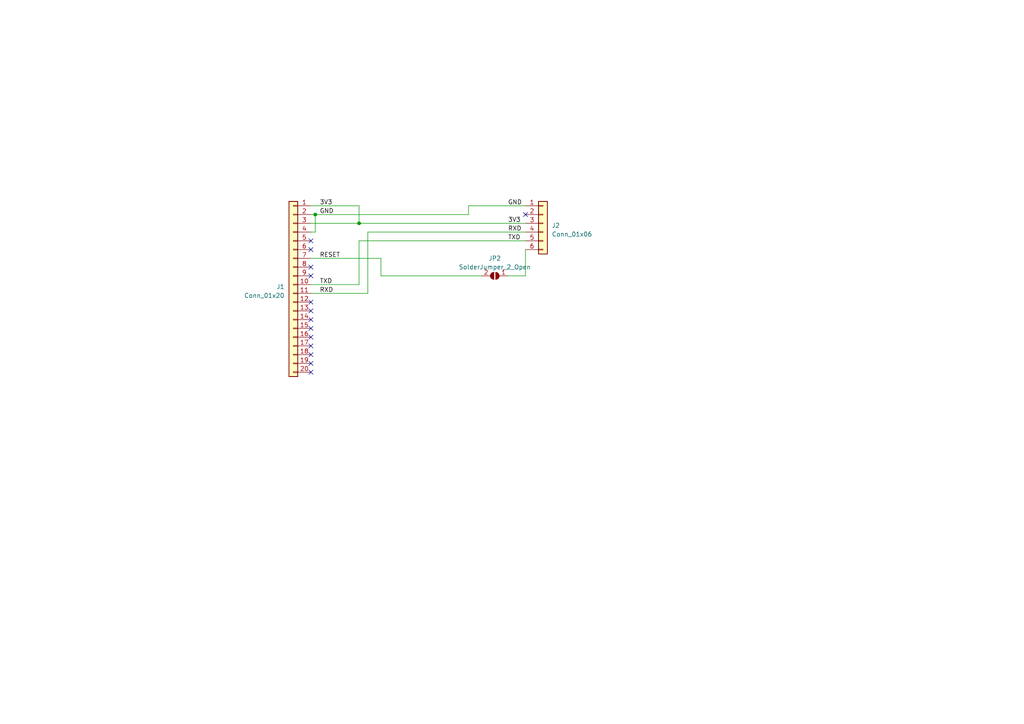
<source format=kicad_sch>
(kicad_sch (version 20230121) (generator eeschema)
  (paper "A4")
  (title_block (title "Wi-SUN MB-RL7023-11/DSS Prototyping board") (date "2023-04-28") (rev "0.3") (company "kanpapa.com"))
  (lib_symbols
    (symbol "Connector_Generic:Conn_01x06" (pin_names (offset 1.016) hide)
      (property "Reference" "J" (at 0 7.62 0))
      (property "Value" "Conn_01x06" (at 0 -10.16 0))
      (symbol "Conn_01x06_1_1"
        (rectangle (start -1.27 -7.493) (end 0 -7.747) (stroke (width 0.1524)))
        (rectangle (start -1.27 -4.953) (end 0 -5.207) (stroke (width 0.1524)))
        (rectangle (start -1.27 -2.413) (end 0 -2.667) (stroke (width 0.1524)))
        (rectangle (start -1.27 0.127) (end 0 -0.127) (stroke (width 0.1524)))
        (rectangle (start -1.27 2.667) (end 0 2.413) (stroke (width 0.1524)))
        (rectangle (start -1.27 5.207) (end 0 4.953) (stroke (width 0.1524)))
        (rectangle (start -1.27 6.35) (end 1.27 -8.89) (stroke (width 0.254)) (fill (type background)))
        (pin passive line (at -5.08 5.08 0) (length 3.81) (name "Pin_1") (number "1"))
        (pin passive line (at -5.08 2.54 0) (length 3.81) (name "Pin_2") (number "2"))
        (pin passive line (at -5.08 0 0) (length 3.81) (name "Pin_3") (number "3"))
        (pin passive line (at -5.08 -2.54 0) (length 3.81) (name "Pin_4") (number "4"))
        (pin passive line (at -5.08 -5.08 0) (length 3.81) (name "Pin_5") (number "5"))
        (pin passive line (at -5.08 -7.62 0) (length 3.81) (name "Pin_6") (number "6"))
      )
    )
    (symbol "Connector_Generic:Conn_01x20" (pin_names (offset 1.016) hide)
      (property "Reference" "J" (at 0 25.4 0))
      (property "Value" "Conn_01x20" (at 0 -27.94 0))
      (symbol "Conn_01x20_1_1"
        (rectangle (start -1.27 -25.273) (end 0 -25.527) (stroke (width 0.1524)))
        (rectangle (start -1.27 -22.733) (end 0 -22.987) (stroke (width 0.1524)))
        (rectangle (start -1.27 -20.193) (end 0 -20.447) (stroke (width 0.1524)))
        (rectangle (start -1.27 -17.653) (end 0 -17.907) (stroke (width 0.1524)))
        (rectangle (start -1.27 -15.113) (end 0 -15.367) (stroke (width 0.1524)))
        (rectangle (start -1.27 -12.573) (end 0 -12.827) (stroke (width 0.1524)))
        (rectangle (start -1.27 -10.033) (end 0 -10.287) (stroke (width 0.1524)))
        (rectangle (start -1.27 -7.493) (end 0 -7.747) (stroke (width 0.1524)))
        (rectangle (start -1.27 -4.953) (end 0 -5.207) (stroke (width 0.1524)))
        (rectangle (start -1.27 -2.413) (end 0 -2.667) (stroke (width 0.1524)))
        (rectangle (start -1.27 0.127) (end 0 -0.127) (stroke (width 0.1524)))
        (rectangle (start -1.27 2.667) (end 0 2.413) (stroke (width 0.1524)))
        (rectangle (start -1.27 5.207) (end 0 4.953) (stroke (width 0.1524)))
        (rectangle (start -1.27 7.747) (end 0 7.493) (stroke (width 0.1524)))
        (rectangle (start -1.27 10.287) (end 0 10.033) (stroke (width 0.1524)))
        (rectangle (start -1.27 12.827) (end 0 12.573) (stroke (width 0.1524)))
        (rectangle (start -1.27 15.367) (end 0 15.113) (stroke (width 0.1524)))
        (rectangle (start -1.27 17.907) (end 0 17.653) (stroke (width 0.1524)))
        (rectangle (start -1.27 20.447) (end 0 20.193) (stroke (width 0.1524)))
        (rectangle (start -1.27 22.987) (end 0 22.733) (stroke (width 0.1524)))
        (rectangle (start -1.27 24.13) (end 1.27 -26.67) (stroke (width 0.254)) (fill (type background)))
        (pin passive line (at -5.08 22.86 0) (length 3.81) (name "Pin_1") (number "1"))
        (pin passive line (at -5.08 0 0) (length 3.81) (name "Pin_10") (number "10"))
        (pin passive line (at -5.08 -2.54 0) (length 3.81) (name "Pin_11") (number "11"))
        (pin passive line (at -5.08 -5.08 0) (length 3.81) (name "Pin_12") (number "12"))
        (pin passive line (at -5.08 -7.62 0) (length 3.81) (name "Pin_13") (number "13"))
        (pin passive line (at -5.08 -10.16 0) (length 3.81) (name "Pin_14") (number "14"))
        (pin passive line (at -5.08 -12.7 0) (length 3.81) (name "Pin_15") (number "15"))
        (pin passive line (at -5.08 -15.24 0) (length 3.81) (name "Pin_16") (number "16"))
        (pin passive line (at -5.08 -17.78 0) (length 3.81) (name "Pin_17") (number "17"))
        (pin passive line (at -5.08 -20.32 0) (length 3.81) (name "Pin_18") (number "18"))
        (pin passive line (at -5.08 -22.86 0) (length 3.81) (name "Pin_19") (number "19"))
        (pin passive line (at -5.08 20.32 0) (length 3.81) (name "Pin_2") (number "2"))
        (pin passive line (at -5.08 -25.4 0) (length 3.81) (name "Pin_20") (number "20"))
        (pin passive line (at -5.08 17.78 0) (length 3.81) (name "Pin_3") (number "3"))
        (pin passive line (at -5.08 15.24 0) (length 3.81) (name "Pin_4") (number "4"))
        (pin passive line (at -5.08 12.7 0) (length 3.81) (name "Pin_5") (number "5"))
        (pin passive line (at -5.08 10.16 0) (length 3.81) (name "Pin_6") (number "6"))
        (pin passive line (at -5.08 7.62 0) (length 3.81) (name "Pin_7") (number "7"))
        (pin passive line (at -5.08 5.08 0) (length 3.81) (name "Pin_8") (number "8"))
        (pin passive line (at -5.08 2.54 0) (length 3.81) (name "Pin_9") (number "9"))
      )
    )
    (symbol "Jumper:SolderJumper_2_Open" (pin_names (offset 0) hide)
      (property "Reference" "JP" (at 0 2.032 0))
      (property "Value" "SolderJumper_2_Open" (at 0 -2.54 0))
      (symbol "SolderJumper_2_Open_0_1"
        (arc (start -0.254 1.016) (mid -1.2656 0) (end -0.254 -1.016))
        (arc (start -0.254 1.016) (mid -1.2656 0) (end -0.254 -1.016) (fill (type outline)))
        (polyline (pts (xy -0.254 1.016) (xy -0.254 -1.016)))
        (polyline (pts (xy 0.254 1.016) (xy 0.254 -1.016)))
        (arc (start 0.254 -1.016) (mid 1.2656 0) (end 0.254 1.016))
        (arc (start 0.254 -1.016) (mid 1.2656 0) (end 0.254 1.016) (fill (type outline)))
      )
      (symbol "SolderJumper_2_Open_1_1"
        (pin passive line (at -3.81 0 0) (length 2.54) (name "A") (number "1"))
        (pin passive line (at 3.81 0 180) (length 2.54) (name "B") (number "2"))
      )
    )
  )
  (junction (at 104.14 64.77))
  (junction (at 91.44 62.23))
  (no_connect (at 152.4 62.23))
  (no_connect (at 90.17 80.01))
  (no_connect (at 90.17 107.95))
  (no_connect (at 90.17 90.17))
  (no_connect (at 90.17 105.41))
  (no_connect (at 90.17 102.87))
  (no_connect (at 90.17 77.47))
  (no_connect (at 90.17 92.71))
  (no_connect (at 90.17 97.79))
  (no_connect (at 90.17 87.63))
  (no_connect (at 90.17 69.85))
  (no_connect (at 90.17 95.25))
  (no_connect (at 90.17 72.39))
  (no_connect (at 90.17 100.33))
  (wire (pts (xy 90.17 62.23) (xy 91.44 62.23)))
  (wire (pts (xy 104.14 82.55) (xy 90.17 82.55)))
  (wire (pts (xy 106.68 67.31) (xy 106.68 85.09)))
  (wire (pts (xy 152.4 80.01) (xy 147.32 80.01)))
  (wire (pts (xy 104.14 82.55) (xy 104.14 69.85)))
  (wire (pts (xy 110.49 74.93) (xy 110.49 80.01)))
  (wire (pts (xy 135.89 59.69) (xy 135.89 62.23)))
  (wire (pts (xy 90.17 64.77) (xy 104.14 64.77)))
  (wire (pts (xy 104.14 59.69) (xy 104.14 64.77)))
  (wire (pts (xy 135.89 59.69) (xy 152.4 59.69)))
  (wire (pts (xy 106.68 85.09) (xy 90.17 85.09)))
  (wire (pts (xy 104.14 64.77) (xy 152.4 64.77)))
  (wire (pts (xy 91.44 62.23) (xy 91.44 67.31)))
  (wire (pts (xy 110.49 80.01) (xy 139.7 80.01)))
  (wire (pts (xy 90.17 67.31) (xy 91.44 67.31)))
  (wire (pts (xy 91.44 62.23) (xy 135.89 62.23)))
  (wire (pts (xy 106.68 67.31) (xy 152.4 67.31)))
  (wire (pts (xy 104.14 69.85) (xy 152.4 69.85)))
  (wire (pts (xy 90.17 59.69) (xy 104.14 59.69)))
  (wire (pts (xy 152.4 72.39) (xy 152.4 80.01)))
  (wire (pts (xy 90.17 74.93) (xy 110.49 74.93)))
  (label "RESET" (at 92.71 74.93 0))
  (label "RXD" (at 92.71 85.09 0))
  (label "TXD" (at 92.71 82.55 0))
  (label "3V3" (at 92.71 59.69 0))
  (label "TXD" (at 147.32 69.85 0))
  (label "GND" (at 147.32 59.69 0))
  (label "RXD" (at 147.32 67.31 0))
  (label "GND" (at 92.71 62.23 0))
  (label "3V3" (at 147.32 64.77 0))
  (symbol (lib_id "Connector_Generic:Conn_01x20") (at 85.09 82.55 0) (mirror y) (unit 1)
    (property "Reference" "J1" (at 82.55 83.185 0) (effects (justify left)))
    (property "Value" "Conn_01x20" (at 82.55 85.725 0) (effects (justify left)))
    (property "Footprint" "Library:Hirose_DF12_DF12C3.0-20DS-0.5V_2x10_P0.50mm_Vertical_wisun" (effects hide))
  )
  (symbol (lib_id "Connector_Generic:Conn_01x06") (at 157.48 64.77 0) (unit 1)
    (property "Reference" "J2" (at 160.02 65.405 0) (effects (justify left)))
    (property "Value" "Conn_01x06" (at 160.02 67.945 0) (effects (justify left)))
    (property "Footprint" "Connector_PinHeader_2.54mm:PinHeader_1x06_P2.54mm_Vertical" (effects hide))
  )
  (symbol (lib_id "Jumper:SolderJumper_2_Open") (at 143.51 80.01 0) (mirror y) (unit 1)
    (property "Reference" "JP2" (at 143.51 74.93 0))
    (property "Value" "SolderJumper_2_Open" (at 143.51 77.47 0))
    (property "Footprint" "Jumper:SolderJumper-2_P1.3mm_Open_RoundedPad1.0x1.5mm" (effects hide))
  )
)
</source>
